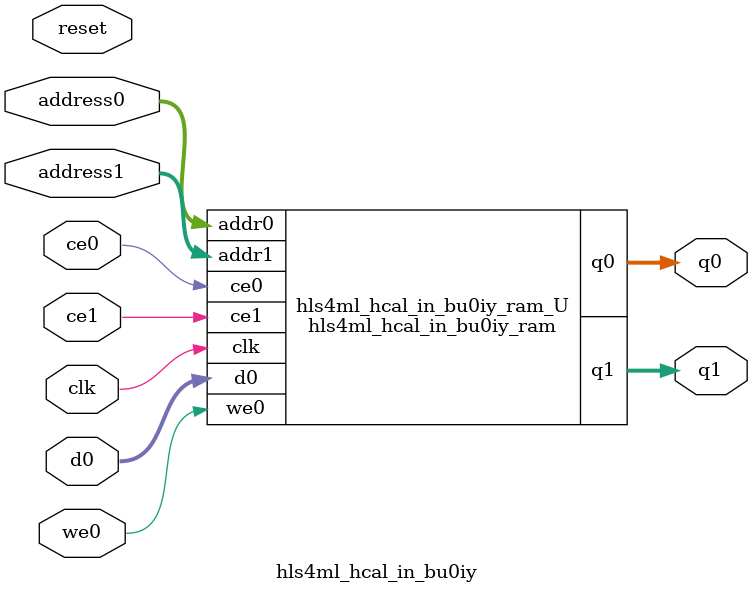
<source format=v>

`timescale 1 ns / 1 ps
module hls4ml_hcal_in_bu0iy_ram (addr0, ce0, d0, we0, q0, addr1, ce1, q1,  clk);

parameter DWIDTH = 32;
parameter AWIDTH = 13;
parameter MEM_SIZE = 5632;

input[AWIDTH-1:0] addr0;
input ce0;
input[DWIDTH-1:0] d0;
input we0;
output reg[DWIDTH-1:0] q0;
input[AWIDTH-1:0] addr1;
input ce1;
output reg[DWIDTH-1:0] q1;
input clk;

(* ram_style = "block" *)reg [DWIDTH-1:0] ram[0:MEM_SIZE-1];




always @(posedge clk)  
begin 
    if (ce0) 
    begin
        if (we0) 
        begin 
            ram[addr0] <= d0; 
            q0 <= d0;
        end 
        else 
            q0 <= ram[addr0];
    end
end


always @(posedge clk)  
begin 
    if (ce1) 
    begin
            q1 <= ram[addr1];
    end
end


endmodule


`timescale 1 ns / 1 ps
module hls4ml_hcal_in_bu0iy(
    reset,
    clk,
    address0,
    ce0,
    we0,
    d0,
    q0,
    address1,
    ce1,
    q1);

parameter DataWidth = 32'd32;
parameter AddressRange = 32'd5632;
parameter AddressWidth = 32'd13;
input reset;
input clk;
input[AddressWidth - 1:0] address0;
input ce0;
input we0;
input[DataWidth - 1:0] d0;
output[DataWidth - 1:0] q0;
input[AddressWidth - 1:0] address1;
input ce1;
output[DataWidth - 1:0] q1;



hls4ml_hcal_in_bu0iy_ram hls4ml_hcal_in_bu0iy_ram_U(
    .clk( clk ),
    .addr0( address0 ),
    .ce0( ce0 ),
    .d0( d0 ),
    .we0( we0 ),
    .q0( q0 ),
    .addr1( address1 ),
    .ce1( ce1 ),
    .q1( q1 ));

endmodule


</source>
